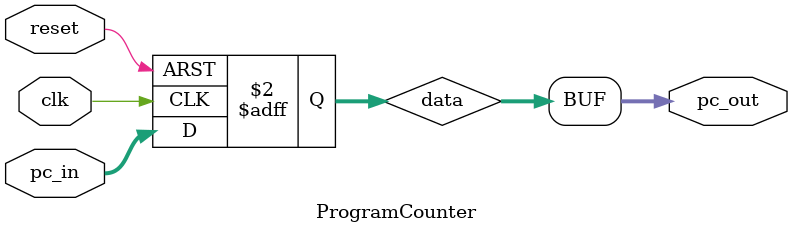
<source format=sv>
module ProgramCounter(
    input clk,
    input reset,
  	input [31:0] pc_in,
    output wire [31:0] pc_out
);
  	reg [31:0] data;
  
    always @(posedge clk or posedge reset) begin
        if (reset)
            data <= 0;
        else
            data <= pc_in; 
    end
  
  	assign pc_out = data;
  
endmodule

</source>
